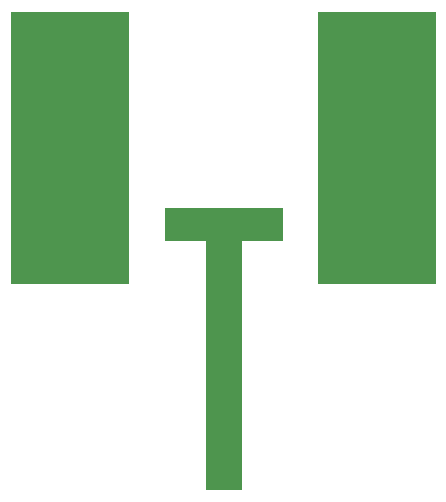
<source format=gbr>
G04 ===== Begin FILE IDENTIFICATION =====*
G04 File Format:  Gerber RS274X*
G04 ===== End FILE IDENTIFICATION =====*
%FSLAX24Y24*%
%MOMM*%
%SFA1.0000B1.0000*%
%OFA0.0B0.0*%
%ADD14R,10.000000X23.000000*%
%LNcond*%
%IPPOS*%
%LPD*%
G75*
G36*
G01X-50000Y28000D02*
G01Y-208D01*
G01X-15200D01*
G01Y-211000D01*
G01X15200D01*
G01Y8D01*
G01X50000D01*
G01Y28000D01*
G01X-50000D01*
G37*
D14*
X-130531Y78732D03*
X129469D03*
M02*


</source>
